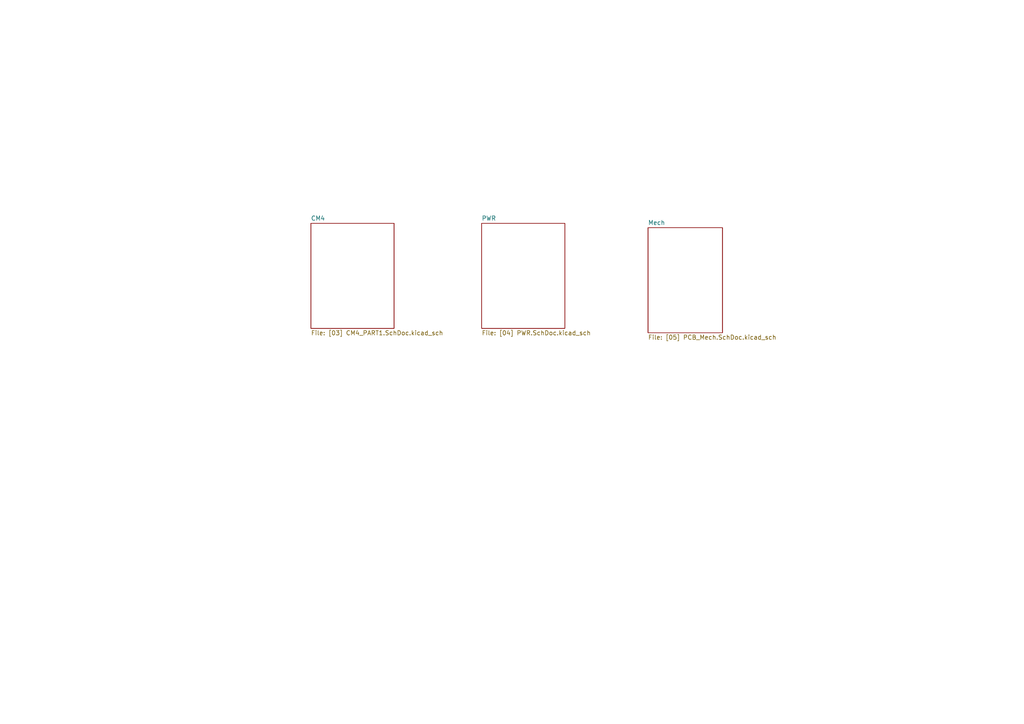
<source format=kicad_sch>
(kicad_sch (version 20211123) (generator eeschema)

  (uuid 46f3598a-2312-464d-938a-6b7031ae10b2)

  (paper "A4")

  (lib_symbols
  )


  (sheet (at 139.7 64.77) (size 24.13 30.48) (fields_autoplaced)
    (stroke (width 0.1524) (type solid) (color 0 0 0 0))
    (fill (color 0 0 0 0.0000))
    (uuid 4f2d6a8d-0e80-4d54-bbae-408c1fcd4a62)
    (property "Sheet name" "PWR" (id 0) (at 139.7 64.0584 0)
      (effects (font (size 1.27 1.27)) (justify left bottom))
    )
    (property "Sheet file" "[04] PWR.SchDoc.kicad_sch" (id 1) (at 139.7 95.8346 0)
      (effects (font (size 1.27 1.27)) (justify left top))
    )
  )

  (sheet (at 90.17 64.77) (size 24.13 30.48) (fields_autoplaced)
    (stroke (width 0.1524) (type solid) (color 0 0 0 0))
    (fill (color 0 0 0 0.0000))
    (uuid 6c79a9cd-fb14-4078-8d39-42e5a14de4d2)
    (property "Sheet name" "CM4" (id 0) (at 90.17 64.0584 0)
      (effects (font (size 1.27 1.27)) (justify left bottom))
    )
    (property "Sheet file" "[03] CM4_PART1.SchDoc.kicad_sch" (id 1) (at 90.17 95.8346 0)
      (effects (font (size 1.27 1.27)) (justify left top))
    )
  )

  (sheet (at 187.96 66.04) (size 21.59 30.48) (fields_autoplaced)
    (stroke (width 0.1524) (type solid) (color 0 0 0 0))
    (fill (color 0 0 0 0.0000))
    (uuid 6cb976c4-268a-4aef-8409-ad204ec8af6f)
    (property "Sheet name" "Mech" (id 0) (at 187.96 65.3284 0)
      (effects (font (size 1.27 1.27)) (justify left bottom))
    )
    (property "Sheet file" "[05] PCB_Mech.SchDoc.kicad_sch" (id 1) (at 187.96 97.1046 0)
      (effects (font (size 1.27 1.27)) (justify left top))
    )
  )

  (sheet_instances
    (path "/" (page "1"))
    (path "/6c79a9cd-fb14-4078-8d39-42e5a14de4d2" (page "2"))
    (path "/4f2d6a8d-0e80-4d54-bbae-408c1fcd4a62" (page "3"))
    (path "/6cb976c4-268a-4aef-8409-ad204ec8af6f" (page "4"))
  )

  (symbol_instances
    (path "/6c79a9cd-fb14-4078-8d39-42e5a14de4d2/29195ea4-8218-44a1-b4bf-466bee0082e4"
      (reference "#PWR0101") (unit 1) (value "+3V3") (footprint "")
    )
    (path "/6c79a9cd-fb14-4078-8d39-42e5a14de4d2/2e842263-c0ba-46fd-a760-6624d4c78278"
      (reference "#PWR0102") (unit 1) (value "+5V") (footprint "")
    )
    (path "/6c79a9cd-fb14-4078-8d39-42e5a14de4d2/a29f8df0-3fae-4edf-8d9c-bd5a875b13e3"
      (reference "#PWR0103") (unit 1) (value "+3V3") (footprint "")
    )
    (path "/6c79a9cd-fb14-4078-8d39-42e5a14de4d2/3aaee4c4-dbf7-49a5-a620-9465d8cc3ae7"
      (reference "#PWR0104") (unit 1) (value "~") (footprint "")
    )
    (path "/6c79a9cd-fb14-4078-8d39-42e5a14de4d2/d692b5e6-71b2-4fa6-bc83-618add8d8fef"
      (reference "#PWR0105") (unit 1) (value "+1V8") (footprint "")
    )
    (path "/6c79a9cd-fb14-4078-8d39-42e5a14de4d2/528fd7da-c9a6-40ae-9f1a-60f6a7f4d534"
      (reference "#PWR0106") (unit 1) (value "+3V3") (footprint "")
    )
    (path "/6c79a9cd-fb14-4078-8d39-42e5a14de4d2/7de6564c-7ad6-4d57-a54c-8d2835ff5cdc"
      (reference "#PWR0107") (unit 1) (value "+5V") (footprint "")
    )
    (path "/6c79a9cd-fb14-4078-8d39-42e5a14de4d2/444b2eaf-241d-42e5-8717-27a83d099c5b"
      (reference "#PWR0108") (unit 1) (value "~") (footprint "")
    )
    (path "/6c79a9cd-fb14-4078-8d39-42e5a14de4d2/003c2200-0632-4808-a662-8ddd5d30c768"
      (reference "#PWR0109") (unit 1) (value "+3V3") (footprint "")
    )
    (path "/6c79a9cd-fb14-4078-8d39-42e5a14de4d2/a5cd8da1-8f7f-4f80-bb23-0317de562222"
      (reference "#PWR0110") (unit 1) (value "+3V3") (footprint "")
    )
    (path "/6c79a9cd-fb14-4078-8d39-42e5a14de4d2/b5071759-a4d7-4769-be02-251f23cd4454"
      (reference "#PWR0111") (unit 1) (value "+1V8") (footprint "")
    )
    (path "/6c79a9cd-fb14-4078-8d39-42e5a14de4d2/658dad07-97fd-466c-8b49-21892ac96ea4"
      (reference "#PWR0112") (unit 1) (value "~") (footprint "")
    )
    (path "/6c79a9cd-fb14-4078-8d39-42e5a14de4d2/a5e521b9-814e-4853-a5ac-f158785c6269"
      (reference "#PWR0113") (unit 1) (value "~") (footprint "")
    )
    (path "/6c79a9cd-fb14-4078-8d39-42e5a14de4d2/4c8eb964-bdf4-44de-90e9-e2ab82dd5313"
      (reference "#PWR0114") (unit 1) (value "~") (footprint "")
    )
    (path "/6c79a9cd-fb14-4078-8d39-42e5a14de4d2/7e023245-2c2b-4e2b-bfb9-5d35176e88f2"
      (reference "#PWR0115") (unit 1) (value "+5V") (footprint "")
    )
    (path "/6c79a9cd-fb14-4078-8d39-42e5a14de4d2/dd6c35f3-ae45-4706-ad6f-8028797ca8e0"
      (reference "#PWR0116") (unit 1) (value "+3V3") (footprint "")
    )
    (path "/6c79a9cd-fb14-4078-8d39-42e5a14de4d2/221bef83-3ea7-4d3f-adeb-53a8a07c6273"
      (reference "#PWR0117") (unit 1) (value "~") (footprint "")
    )
    (path "/6c79a9cd-fb14-4078-8d39-42e5a14de4d2/49575217-40b0-4890-8acf-12982cca52b5"
      (reference "#PWR0118") (unit 1) (value "~") (footprint "")
    )
    (path "/6c79a9cd-fb14-4078-8d39-42e5a14de4d2/e6d68f56-4a40-4849-b8d1-13d5ca292900"
      (reference "#PWR0119") (unit 1) (value "~") (footprint "")
    )
    (path "/6c79a9cd-fb14-4078-8d39-42e5a14de4d2/41b4f8c6-4973-4fc7-9118-d582bc7f31e7"
      (reference "#PWR0120") (unit 1) (value "+3V3") (footprint "")
    )
    (path "/6c79a9cd-fb14-4078-8d39-42e5a14de4d2/9cbf35b8-f4d3-42a3-bb16-04ffd03fd8fd"
      (reference "#PWR0121") (unit 1) (value "+3V3") (footprint "")
    )
    (path "/6c79a9cd-fb14-4078-8d39-42e5a14de4d2/2e0a9f64-1b78-4597-8d50-d12d2268a95a"
      (reference "#PWR0122") (unit 1) (value "+3V3") (footprint "")
    )
    (path "/4f2d6a8d-0e80-4d54-bbae-408c1fcd4a62/ee4c6544-dcb2-4120-b150-5c4d1c49c47d"
      (reference "#PWR0123") (unit 1) (value "+5V") (footprint "")
    )
    (path "/4f2d6a8d-0e80-4d54-bbae-408c1fcd4a62/8d461b4d-62dc-488b-8977-3c95555f9343"
      (reference "#PWR0124") (unit 1) (value "+5V") (footprint "")
    )
    (path "/4f2d6a8d-0e80-4d54-bbae-408c1fcd4a62/305cc760-953e-4bfd-8d01-10e63de704eb"
      (reference "#PWR0125") (unit 1) (value "+5V") (footprint "")
    )
    (path "/4f2d6a8d-0e80-4d54-bbae-408c1fcd4a62/98601396-516b-4f99-b971-aae10874eaa3"
      (reference "#PWR0126") (unit 1) (value "~") (footprint "")
    )
    (path "/4f2d6a8d-0e80-4d54-bbae-408c1fcd4a62/4eb78fcf-7f56-40a7-8796-9190989829e2"
      (reference "#PWR0127") (unit 1) (value "~") (footprint "")
    )
    (path "/4f2d6a8d-0e80-4d54-bbae-408c1fcd4a62/077c7713-5f8a-46ad-9e1e-0a158b076dfa"
      (reference "#PWR0128") (unit 1) (value "~") (footprint "")
    )
    (path "/4f2d6a8d-0e80-4d54-bbae-408c1fcd4a62/415e1f95-00fc-414f-b0b4-01c34224fbe9"
      (reference "#PWR0129") (unit 1) (value "~") (footprint "")
    )
    (path "/4f2d6a8d-0e80-4d54-bbae-408c1fcd4a62/8edcf05f-b0d5-49a3-b916-fcd5f9b197b1"
      (reference "#PWR0130") (unit 1) (value "~") (footprint "")
    )
    (path "/4f2d6a8d-0e80-4d54-bbae-408c1fcd4a62/11f13304-bd4b-4b91-bb72-2e84ab0b85a5"
      (reference "#PWR0131") (unit 1) (value "~") (footprint "")
    )
    (path "/4f2d6a8d-0e80-4d54-bbae-408c1fcd4a62/407396c7-a5e2-4ecf-b616-5f9c7dafa52b"
      (reference "C900") (unit 1) (value "100uF/6V3") (footprint "MirFol_db_local.DbLib:CAP_1206_R")
    )
    (path "/6cb976c4-268a-4aef-8409-ad204ec8af6f/70645270-a353-43c4-be7f-6de4c43aab8b"
      (reference "FID950") (unit 1) (value "Fiducial") (footprint "FT_Footprints.PcbLib:PCB_FID_RND_100x300")
    )
    (path "/6cb976c4-268a-4aef-8409-ad204ec8af6f/18e3600f-2088-4659-97d0-c83b17047ead"
      (reference "FID954") (unit 1) (value "Fiducial") (footprint "FT_Footprints.PcbLib:PCB_FID_RND_100x300")
    )
    (path "/6cb976c4-268a-4aef-8409-ad204ec8af6f/b4c71b9b-cad5-4be5-a07b-be9362f17a2f"
      (reference "FID955") (unit 1) (value "Fiducial") (footprint "FT_Footprints.PcbLib:PCB_FID_RND_100x300")
    )
    (path "/6c79a9cd-fb14-4078-8d39-42e5a14de4d2/e43dbe34-ed17-4e35-a5c7-2f1679b3c415"
      (reference "J100") (unit 1) (value "40pin (2x20pin)") (footprint "MirFol_db_local.DbLib:CON_HDR_P254_2X20M_STR")
    )
    (path "/6c79a9cd-fb14-4078-8d39-42e5a14de4d2/765684c2-53b3-4ef7-bd1b-7a4a73d87b76"
      (reference "J103") (unit 1) (value "Mezzanine, 100pin, 3.0mm") (footprint "MirFol_db_local.DbLib:PCB_BLANK_COMP_SMD")
    )
    (path "/4f2d6a8d-0e80-4d54-bbae-408c1fcd4a62/7de887d4-da14-4b22-b372-4b04f388a01c"
      (reference "J200") (unit 1) (value "U262-161N-4BVC11") (footprint "H:_!MirFol_lib_MirFol_lib.PcbLib_CON_XKB_U262-161N-4BVC11")
    )
    (path "/6c79a9cd-fb14-4078-8d39-42e5a14de4d2/c0c2eb8e-f6d1-4506-8e6b-4f995ad74c1f"
      (reference "LED100") (unit 1) (value "Red") (footprint "MirFol_db_local.DbLib:LED_0805_RED_R")
    )
    (path "/6c79a9cd-fb14-4078-8d39-42e5a14de4d2/c7af8405-da2e-4a34-b9b8-518f342f8995"
      (reference "LED101") (unit 1) (value "Green") (footprint "MirFol_db_local.DbLib:LED_0805_GRN_R")
    )
    (path "/6c79a9cd-fb14-4078-8d39-42e5a14de4d2/f345e52a-8e0a-425a-b438-90809dd3b799"
      (reference "LED800") (unit 1) (value "Green") (footprint "MirFol_db_local.DbLib:LED_0805_GRN_R")
    )
    (path "/6c79a9cd-fb14-4078-8d39-42e5a14de4d2/1cb22080-0f59-4c18-a6e6-8685ef44ec53"
      (reference "LED801") (unit 1) (value "Red") (footprint "MirFol_lib.PcbLib:LED_0805_RED_R")
    )
    (path "/4f2d6a8d-0e80-4d54-bbae-408c1fcd4a62/3493c959-87a4-4c52-b026-4808a6774531"
      (reference "LED900") (unit 1) (value "Green") (footprint "MirFol_db_local.DbLib:LED_0805_GRN_R")
    )
    (path "/6cb976c4-268a-4aef-8409-ad204ec8af6f/78516991-6fde-4cb5-a03e-6a16e2b8674c"
      (reference "MECH952") (unit 1) (value "M2.5, L = 3.0mm") (footprint "MirFol_lib.PcbLib:PCB_WRT_9774030151")
    )
    (path "/6cb976c4-268a-4aef-8409-ad204ec8af6f/9beabaab-ef77-45bf-a024-5b1095c39aa2"
      (reference "MECH953") (unit 1) (value "M2.5, L = 3.0mm") (footprint "MirFol_lib.PcbLib:PCB_WRT_9774030151")
    )
    (path "/6cb976c4-268a-4aef-8409-ad204ec8af6f/2235fd0e-bbb7-4dcf-8575-21064ddca5b1"
      (reference "MH950") (unit 1) (value "H270_C600") (footprint "E:_2020-11-04_MirFol_lib.PcbLib_PCB_MH_H270_C600")
    )
    (path "/6cb976c4-268a-4aef-8409-ad204ec8af6f/0985b497-b03a-4484-9da9-bc0206e0cfbd"
      (reference "MH953") (unit 1) (value "H270_C600") (footprint "E:_2020-11-04_MirFol_lib.PcbLib_PCB_MH_H270_C600")
    )
    (path "/6c79a9cd-fb14-4078-8d39-42e5a14de4d2/fc83cd71-1198-4019-87a1-dc154bceead3"
      (reference "MOD100") (unit 1) (value "RPi CM4 Module") (footprint "E:_CM4_PicoBerry_lib_MirFol_lib_Modules.PcbLib_MOD_RPI_CM4_P40_C300_CON1")
    )
    (path "/6c79a9cd-fb14-4078-8d39-42e5a14de4d2/a0d52767-051a-423c-a600-928281f27952"
      (reference "MOD100") (unit 2) (value "RPi CM4 Module") (footprint "E:_CM4_PicoBerry_lib_MirFol_lib_Modules.PcbLib_MOD_RPI_CM4_P40_C300_CON1")
    )
    (path "/6c79a9cd-fb14-4078-8d39-42e5a14de4d2/0ba17a9b-d889-426c-b4fe-048bed6b6be8"
      (reference "MOD100") (unit 3) (value "RPi CM4 Module") (footprint "E:_CM4_PicoBerry_lib_MirFol_lib_Modules.PcbLib_MOD_RPI_CM4_P40_C300_CON1")
    )
    (path "/6cb976c4-268a-4aef-8409-ad204ec8af6f/4205e181-09c1-4838-b4a1-364bb5008947"
      (reference "PCB950") (unit 1) (value "PCB_LAYER_STACKUP") (footprint "E:_Biblioteki_MirFol_nowe_Pineberry_Lib.PcbLib_PCB_STACKUP-2L_A1")
    )
    (path "/6c79a9cd-fb14-4078-8d39-42e5a14de4d2/49d97c73-e37a-4154-9d0a-88037e40cc11"
      (reference "Q902") (unit 1) (value "DTA143ZE") (footprint "MirFol_lib.PcbLib:PKG_SOT523_SC75_SOT416_P100_R")
    )
    (path "/6c79a9cd-fb14-4078-8d39-42e5a14de4d2/e502d1d5-04b0-4d4b-b5c3-8c52d09668e7"
      (reference "R101") (unit 1) (value "2k") (footprint "MirFol_db_local.DbLib:RES_0603_R")
    )
    (path "/6c79a9cd-fb14-4078-8d39-42e5a14de4d2/7afa54c4-2181-41d3-81f7-39efc497ecae"
      (reference "R102") (unit 1) (value "2k") (footprint "MirFol_db_local.DbLib:RES_0603_R")
    )
    (path "/6c79a9cd-fb14-4078-8d39-42e5a14de4d2/f447e585-df78-4239-b8cb-4653b3837bb1"
      (reference "R105") (unit 1) (value "2k") (footprint "H:_!MirFol_lib_MirFol_db_local.DbLib_RESISTOR$_RES_0603_R")
    )
    (path "/6c79a9cd-fb14-4078-8d39-42e5a14de4d2/e7d81bce-286e-41e4-9181-3511e9c0455e"
      (reference "R106") (unit 1) (value "15k") (footprint "H:_!MirFol_lib_MirFol_db_local.DbLib_RESISTOR$_RES_0603_R")
    )
    (path "/6c79a9cd-fb14-4078-8d39-42e5a14de4d2/cdfb661b-489b-4b76-99f4-62b92bb1ab18"
      (reference "R107") (unit 1) (value "2k") (footprint "MirFol_db_local.DbLib:RES_0603_R")
    )
    (path "/4f2d6a8d-0e80-4d54-bbae-408c1fcd4a62/81e76c84-5e2c-4882-83ea-73a677842c28"
      (reference "R201") (unit 1) (value "5k1") (footprint "H:_!MirFol_lib_MirFol_db_local.DbLib_RESISTOR$_RES_0603_R")
    )
    (path "/4f2d6a8d-0e80-4d54-bbae-408c1fcd4a62/ab8f9fbb-f2f4-4c37-a683-74ad001db8c6"
      (reference "R203") (unit 1) (value "5k1") (footprint "H:_!MirFol_lib_MirFol_db_local.DbLib_RESISTOR$_RES_0603_R")
    )
    (path "/6c79a9cd-fb14-4078-8d39-42e5a14de4d2/7c5f3091-7791-43b3-8d50-43f6a72274c9"
      (reference "R804") (unit 1) (value "15k") (footprint "MirFol_db_local.DbLib:RES_0603_R")
    )
    (path "/6c79a9cd-fb14-4078-8d39-42e5a14de4d2/a0e7a81b-2259-4f8d-8368-ba75f2004714"
      (reference "R805") (unit 1) (value "2k") (footprint "MirFol_db_local.DbLib:RES_0603_R")
    )
    (path "/4f2d6a8d-0e80-4d54-bbae-408c1fcd4a62/5778953d-c3f1-4eab-88e0-47485d04ab27"
      (reference "R901") (unit 1) (value "15k") (footprint "MirFol_db_local.DbLib:RES_0603_R")
    )
    (path "/4f2d6a8d-0e80-4d54-bbae-408c1fcd4a62/a873e942-d614-4558-aa34-f59b59912653"
      (reference "R907") (unit 1) (value "2k") (footprint "MirFol_db_local.DbLib:RES_0603_R")
    )
    (path "/6c79a9cd-fb14-4078-8d39-42e5a14de4d2/6325c32f-c82a-4357-b022-f9c7e76f412e"
      (reference "TP119") (unit 1) (value "ICT") (footprint "MirFol_lib.PcbLib:PCB_TP_ICT_100")
    )
    (path "/6c79a9cd-fb14-4078-8d39-42e5a14de4d2/a0dee8e6-f88a-4f05-aba0-bab3aafdf2bc"
      (reference "TP120") (unit 1) (value "ICT") (footprint "MirFol_lib.PcbLib:PCB_TP_ICT_100")
    )
    (path "/6c79a9cd-fb14-4078-8d39-42e5a14de4d2/c9badf80-21f8-404a-b5df-18e98bffebf9"
      (reference "TP914") (unit 1) (value "ICT") (footprint "MirFol_lib.PcbLib:PCB_TP_ICT_100")
    )
    (path "/6c79a9cd-fb14-4078-8d39-42e5a14de4d2/6316acb7-63a1-40e7-8695-2822d4a240b5"
      (reference "TP915") (unit 1) (value "ICT") (footprint "MirFol_lib.PcbLib:PCB_TP_ICT_100")
    )
    (path "/6c79a9cd-fb14-4078-8d39-42e5a14de4d2/d1817a81-d444-4cd9-95f6-174ec9e2a60e"
      (reference "TP916") (unit 1) (value "ICT") (footprint "MirFol_lib.PcbLib:PCB_TP_ICT_100")
    )
  )
)

</source>
